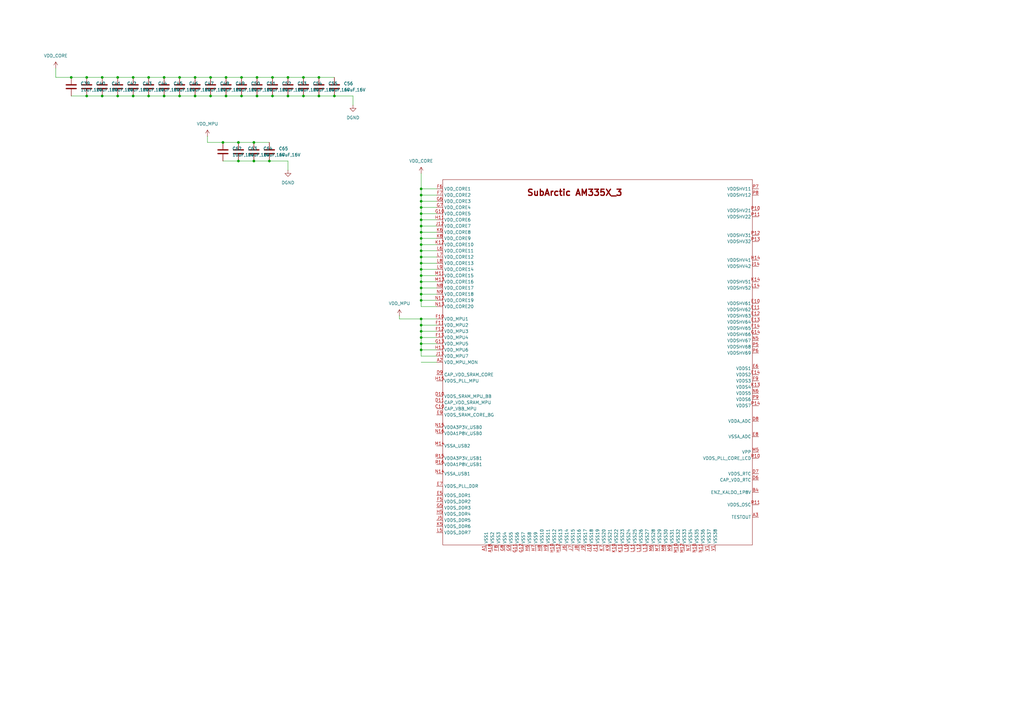
<source format=kicad_sch>
(kicad_sch (version 20231120) (generator "eeschema") (generator_version "8.0")
  (paper "A3")
  (title_block (title "SubArctic AM335X_3 Schematic - Ian Goldberg"))
  (lib_symbols
    (symbol "Device:C" (pin_numbers hide) (pin_names (offset 0.254))
      (property "Reference" "C" (at 0.635 2.54 0))
      (property "Value" "C" (at 0.635 -2.54 0))
      (symbol "C_0_1"
        (polyline (pts (xy -2.032 -0.762) (xy 2.032 -0.762)) (stroke (width 0.508)))
        (polyline (pts (xy -2.032 0.762) (xy 2.032 0.762)) (stroke (width 0.508)))
      )
      (symbol "C_1_1"
        (pin passive line (at 0 3.81 270) (length 2.794) (name "~") (number "1"))
        (pin passive line (at 0 -3.81 90) (length 2.794) (name "~") (number "2"))
      )
    )
    (symbol "SubArctic AM335x:SubArctic_AM335x_3"
      (symbol "SubArctic_AM335x_3_1_0"
        (pin input line (at 36.83 -157.48 90) (length 2.54) (name "VSS1") (number "A1"))
        (pin input line (at 39.37 -157.48 90) (length 2.54) (name "VSS2") (number "A18"))
        (pin input line (at 16.51 -80.01 0) (length 2.54) (name "VDD_MPU_MON") (number "A2"))
        (pin input line (at 148.59 -143.51 180) (length 2.54) (name "TESTOUT") (number "A3"))
        (pin input line (at 148.59 -133.35 180) (length 2.54) (name "ENZ_KALDO_1P8V") (number "B4"))
        (pin input line (at 16.51 -99.06 0) (length 2.54) (name "CAP_VBB_MPU") (number "C10"))
        (pin input line (at 16.51 -93.98 0) (length 2.54) (name "VDDS_SRAM_MPU_BB") (number "D10"))
        (pin input line (at 16.51 -96.52 0) (length 2.54) (name "CAP_VDD_SRAM_MPU") (number "D11"))
        (pin input line (at 148.59 -128.27 180) (length 2.54) (name "CAP_VDD_RTC") (number "D6"))
        (pin input line (at 148.59 -125.73 180) (length 2.54) (name "VDDS_RTC") (number "D7"))
        (pin input line (at 148.59 -104.14 180) (length 2.54) (name "VDDA_ADC") (number "D8"))
        (pin input line (at 16.51 -85.09 0) (length 2.54) (name "CAP_VDD_SRAM_CORE") (number "D9"))
        (pin input line (at 148.59 -55.88 180) (length 2.54) (name "VDDSHV61") (number "E10"))
        (pin input line (at 148.59 -58.42 180) (length 2.54) (name "VDDSHV62") (number "E11"))
        (pin input line (at 148.59 -60.96 180) (length 2.54) (name "VDDSHV63") (number "E12"))
        (pin input line (at 148.59 -63.5 180) (length 2.54) (name "VDDSHV64") (number "E13"))
        (pin input line (at 148.59 -85.09 180) (length 2.54) (name "VDDS2") (number "E14"))
        (pin input line (at 16.51 -134.62 0) (length 2.54) (name "VDDS_DDR1") (number "E5"))
        (pin input line (at 148.59 -82.55 180) (length 2.54) (name "VDDS1") (number "E6"))
        (pin input line (at 16.51 -130.81 0) (length 2.54) (name "VDDS_PLL_DDR") (number "E7"))
        (pin input line (at 148.59 -110.49 180) (length 2.54) (name "VSSA_ADC") (number "E8"))
        (pin input line (at 16.51 -101.6 0) (length 2.54) (name "VDDS_SRAM_CORE_BG") (number "E9"))
        (pin input line (at 16.51 -62.23 0) (length 2.54) (name "VDD_MPU1") (number "F10"))
        (pin input line (at 16.51 -64.77 0) (length 2.54) (name "VDD_MPU2") (number "F11"))
        (pin input line (at 16.51 -67.31 0) (length 2.54) (name "VDD_MPU3") (number "F12"))
        (pin input line (at 16.51 -69.85 0) (length 2.54) (name "VDD_MPU4") (number "F13"))
        (pin input line (at 148.59 -66.04 180) (length 2.54) (name "VDDSHV65") (number "F14"))
        (pin input line (at 16.51 -137.16 0) (length 2.54) (name "VDDS_DDR2") (number "F5"))
        (pin input line (at 16.51 -8.89 0) (length 2.54) (name "VDD_CORE1") (number "F6"))
        (pin input line (at 16.51 -11.43 0) (length 2.54) (name "VDD_CORE2") (number "F7"))
        (pin input line (at 41.91 -157.48 90) (length 2.54) (name "VSS3") (number "F8"))
        (pin input line (at 148.59 -87.63 180) (length 2.54) (name "VDDS3") (number "F9"))
        (pin input line (at 16.51 -19.05 0) (length 2.54) (name "VDD_CORE5") (number "G10"))
        (pin input line (at 49.53 -157.48 90) (length 2.54) (name "VSS6") (number "G11"))
        (pin input line (at 52.07 -157.48 90) (length 2.54) (name "VSS7") (number "G12"))
        (pin input line (at 16.51 -72.39 0) (length 2.54) (name "VDD_MPU5") (number "G13"))
        (pin input line (at 148.59 -68.58 180) (length 2.54) (name "VDDSHV66") (number "G14"))
        (pin input line (at 16.51 -139.7 0) (length 2.54) (name "VDDS_DDR3") (number "G5"))
        (pin input line (at 16.51 -13.97 0) (length 2.54) (name "VDD_CORE3") (number "G6"))
        (pin input line (at 16.51 -16.51 0) (length 2.54) (name "VDD_CORE4") (number "G7"))
        (pin input line (at 44.45 -157.48 90) (length 2.54) (name "VSS4") (number "G8"))
        (pin input line (at 46.99 -157.48 90) (length 2.54) (name "VSS5") (number "G9"))
        (pin input line (at 64.77 -157.48 90) (length 2.54) (name "VSS12") (number "H10"))
        (pin input line (at 16.51 -21.59 0) (length 2.54) (name "VDD_CORE6") (number "H11"))
        (pin input line (at 67.31 -157.48 90) (length 2.54) (name "VSS13") (number "H12"))
        (pin input line (at 16.51 -74.93 0) (length 2.54) (name "VDD_MPU6") (number "H13"))
        (pin input line (at 148.59 -38.1 180) (length 2.54) (name "VDDSHV41") (number "H14"))
        (pin input line (at 16.51 -87.63 0) (length 2.54) (name "VDDS_PLL_MPU") (number "H15"))
        (pin input line (at 16.51 -142.24 0) (length 2.54) (name "VDDS_DDR4") (number "H5"))
        (pin input line (at 54.61 -157.48 90) (length 2.54) (name "VSS8") (number "H6"))
        (pin input line (at 57.15 -157.48 90) (length 2.54) (name "VSS9") (number "H7"))
        (pin input line (at 59.69 -157.48 90) (length 2.54) (name "VSS10") (number "H8"))
        (pin input line (at 62.23 -157.48 90) (length 2.54) (name "VSS11") (number "H9"))
        (pin input line (at 80.01 -157.48 90) (length 2.54) (name "VSS18") (number "J10"))
        (pin input line (at 82.55 -157.48 90) (length 2.54) (name "VSS19") (number "J11"))
        (pin input line (at 16.51 -24.13 0) (length 2.54) (name "VDD_CORE7") (number "J12"))
        (pin input line (at 16.51 -77.47 0) (length 2.54) (name "VDD_MPU7") (number "J13"))
        (pin input line (at 148.59 -40.64 180) (length 2.54) (name "VDDSHV42") (number "J14"))
        (pin input line (at 16.51 -144.78 0) (length 2.54) (name "VDDS_DDR5") (number "J5"))
        (pin input line (at 69.85 -157.48 90) (length 2.54) (name "VSS14") (number "J6"))
        (pin input line (at 72.39 -157.48 90) (length 2.54) (name "VSS15") (number "J7"))
        (pin input line (at 74.93 -157.48 90) (length 2.54) (name "VSS16") (number "J8"))
        (pin input line (at 77.47 -157.48 90) (length 2.54) (name "VSS17") (number "J9"))
        (pin input line (at 90.17 -157.48 90) (length 2.54) (name "VSS22") (number "K10"))
        (pin input line (at 92.71 -157.48 90) (length 2.54) (name "VSS23") (number "K11"))
        (pin input line (at 16.51 -31.75 0) (length 2.54) (name "VDD_CORE10") (number "K12"))
        (pin input line (at 148.59 -90.17 180) (length 2.54) (name "VDDS4") (number "K13"))
        (pin input line (at 148.59 -46.99 180) (length 2.54) (name "VDDSHV51") (number "K14"))
        (pin input line (at 16.51 -147.32 0) (length 2.54) (name "VDDS_DDR6") (number "K5"))
        (pin input line (at 16.51 -26.67 0) (length 2.54) (name "VDD_CORE8") (number "K6"))
        (pin input line (at 85.09 -157.48 90) (length 2.54) (name "VSS20") (number "K7"))
        (pin input line (at 16.51 -29.21 0) (length 2.54) (name "VDD_CORE9") (number "K8"))
        (pin input line (at 87.63 -157.48 90) (length 2.54) (name "VSS21") (number "K9"))
        (pin input line (at 95.25 -157.48 90) (length 2.54) (name "VSS24") (number "L10"))
        (pin input line (at 97.79 -157.48 90) (length 2.54) (name "VSS25") (number "L11"))
        (pin input line (at 100.33 -157.48 90) (length 2.54) (name "VSS26") (number "L12"))
        (pin input line (at 102.87 -157.48 90) (length 2.54) (name "VSS27") (number "L13"))
        (pin input line (at 148.59 -49.53 180) (length 2.54) (name "VDDSHV52") (number "L14"))
        (pin input line (at 16.51 -149.86 0) (length 2.54) (name "VDDS_DDR7") (number "L5"))
        (pin input line (at 16.51 -34.29 0) (length 2.54) (name "VDD_CORE11") (number "L6"))
        (pin input line (at 16.51 -36.83 0) (length 2.54) (name "VDD_CORE12") (number "L7"))
        (pin input line (at 16.51 -39.37 0) (length 2.54) (name "VDD_CORE13") (number "L8"))
        (pin input line (at 16.51 -41.91 0) (length 2.54) (name "VDD_CORE14") (number "L9"))
        (pin input line (at 115.57 -157.48 90) (length 2.54) (name "VSS32") (number "M10"))
        (pin input line (at 16.51 -44.45 0) (length 2.54) (name "VDD_CORE15") (number "M11"))
        (pin input line (at 118.11 -157.48 90) (length 2.54) (name "VSS33") (number "M12"))
        (pin input line (at 16.51 -46.99 0) (length 2.54) (name "VDD_CORE16") (number "M13"))
        (pin input line (at 16.51 -114.3 0) (length 2.54) (name "VSSA_USB2") (number "M14"))
        (pin input line (at 148.59 -116.84 180) (length 2.54) (name "VPP") (number "M5"))
        (pin input line (at 105.41 -157.48 90) (length 2.54) (name "VSS28") (number "M6"))
        (pin input line (at 107.95 -157.48 90) (length 2.54) (name "VSS29") (number "M7"))
        (pin input line (at 110.49 -157.48 90) (length 2.54) (name "VSS30") (number "M8"))
        (pin input line (at 113.03 -157.48 90) (length 2.54) (name "VSS31") (number "M9"))
        (pin input line (at 123.19 -157.48 90) (length 2.54) (name "VSS35") (number "N10"))
        (pin input line (at 125.73 -157.48 90) (length 2.54) (name "VSS36") (number "N11"))
        (pin input line (at 16.51 -54.61 0) (length 2.54) (name "VDD_CORE19") (number "N12"))
        (pin input line (at 16.51 -57.15 0) (length 2.54) (name "VDD_CORE20") (number "N13"))
        (pin input line (at 16.51 -125.73 0) (length 2.54) (name "VSSA_USB1") (number "N14"))
        (pin input line (at 16.51 -106.68 0) (length 2.54) (name "VDDA3P3V_USB0") (number "N15"))
        (pin input line (at 16.51 -109.22 0) (length 2.54) (name "VDDA1P8V_USB0") (number "N16"))
        (pin input line (at 148.59 -71.12 180) (length 2.54) (name "VDDSHV67") (number "N5"))
        (pin input line (at 148.59 -92.71 180) (length 2.54) (name "VDDS5") (number "N6"))
        (pin input line (at 120.65 -157.48 90) (length 2.54) (name "VSS34") (number "N7"))
        (pin input line (at 16.51 -49.53 0) (length 2.54) (name "VDD_CORE17") (number "N8"))
        (pin input line (at 16.51 -52.07 0) (length 2.54) (name "VDD_CORE18") (number "N9"))
        (pin input line (at 148.59 -17.78 180) (length 2.54) (name "VDDSHV21") (number "P10"))
        (pin input line (at 148.59 -20.32 180) (length 2.54) (name "VDDSHV22") (number "P11"))
        (pin input line (at 148.59 -27.94 180) (length 2.54) (name "VDDSHV31") (number "P12"))
        (pin input line (at 148.59 -30.48 180) (length 2.54) (name "VDDSHV32") (number "P13"))
        (pin input line (at 148.59 -97.79 180) (length 2.54) (name "VDDS7") (number "P14"))
        (pin input line (at 148.59 -73.66 180) (length 2.54) (name "VDDSHV68") (number "P5"))
        (pin input line (at 148.59 -76.2 180) (length 2.54) (name "VDDSHV69") (number "P6"))
        (pin input line (at 148.59 -8.89 180) (length 2.54) (name "VDDSHV11") (number "P7"))
        (pin input line (at 148.59 -11.43 180) (length 2.54) (name "VDDSHV12") (number "P8"))
        (pin input line (at 148.59 -95.25 180) (length 2.54) (name "VDDS6") (number "P9"))
        (pin input line (at 148.59 -119.38 180) (length 2.54) (name "VDDS_PLL_CORE_LCD") (number "R10"))
        (pin input line (at 148.59 -138.43 180) (length 2.54) (name "VDDS_OSC") (number "R11"))
        (pin input line (at 16.51 -119.38 0) (length 2.54) (name "VDDA3P3V_USB1") (number "R15"))
        (pin input line (at 16.51 -121.92 0) (length 2.54) (name "VDDA1P8V_USB1") (number "R16"))
        (pin input line (at 128.27 -157.48 90) (length 2.54) (name "VSS37") (number "V1"))
        (pin input line (at 130.81 -157.48 90) (length 2.54) (name "VSS38") (number "V1"))
      )
      (symbol "SubArctic_AM335x_3_1_1"
        (rectangle (start 19.05 -5.08) (end 146.05 -154.94))
        (text "SubArctic AM335X_3\n\n" (at 73.152 -12.446 0) (effects (font (size 2.54 2.54) (bold yes))))
      )
    )
    (symbol "power:GND" (power) (pin_numbers hide) (pin_names (offset 0) hide)
      (property "Value" "GND" (at 0 -3.81 0))
      (symbol "GND_0_1"
        (polyline (pts (xy 0 0) (xy 0 -1.27) (xy 1.27 -1.27) (xy 0 -2.54) (xy -1.27 -1.27) (xy 0 -1.27)))
      )
      (symbol "GND_1_1"
        (pin power_in line (at 0 0 270) (length 0) (name "~") (number "1"))
      )
    )
    (symbol "power:VDD" (power) (pin_numbers hide) (pin_names (offset 0) hide)
      (property "Value" "VDD" (at 0 3.556 0))
      (symbol "VDD_0_1"
        (polyline (pts (xy -0.762 1.27) (xy 0 2.54)))
        (polyline (pts (xy 0 0) (xy 0 2.54)))
        (polyline (pts (xy 0 2.54) (xy 0.762 1.27)))
      )
      (symbol "VDD_1_1"
        (pin power_in line (at 0 0 90) (length 0) (name "~") (number "1"))
      )
    )
  )
  (junction (at 172.72 90.17))
  (junction (at 172.72 77.47))
  (junction (at 172.72 105.41))
  (junction (at 172.72 143.51))
  (junction (at 97.79 66.04))
  (junction (at 104.14 66.04))
  (junction (at 172.72 135.89))
  (junction (at 91.44 58.42))
  (junction (at 172.72 120.65))
  (junction (at 118.11 39.37))
  (junction (at 172.72 102.87))
  (junction (at 172.72 107.95))
  (junction (at 172.72 113.03))
  (junction (at 172.72 95.25))
  (junction (at 130.81 39.37))
  (junction (at 41.91 31.75))
  (junction (at 172.72 123.19))
  (junction (at 29.21 31.75))
  (junction (at 35.56 31.75))
  (junction (at 41.91 39.37))
  (junction (at 60.96 39.37))
  (junction (at 137.16 39.37))
  (junction (at 124.46 39.37))
  (junction (at 60.96 31.75))
  (junction (at 124.46 31.75))
  (junction (at 73.66 31.75))
  (junction (at 118.11 31.75))
  (junction (at 111.76 31.75))
  (junction (at 111.76 39.37))
  (junction (at 54.61 39.37))
  (junction (at 172.72 97.79))
  (junction (at 67.31 39.37))
  (junction (at 172.72 115.57))
  (junction (at 73.66 39.37))
  (junction (at 104.14 58.42))
  (junction (at 172.72 85.09))
  (junction (at 172.72 92.71))
  (junction (at 80.01 39.37))
  (junction (at 110.49 66.04))
  (junction (at 80.01 31.75))
  (junction (at 172.72 110.49))
  (junction (at 35.56 39.37))
  (junction (at 105.41 39.37))
  (junction (at 172.72 80.01))
  (junction (at 92.71 39.37))
  (junction (at 172.72 82.55))
  (junction (at 172.72 133.35))
  (junction (at 54.61 31.75))
  (junction (at 172.72 140.97))
  (junction (at 172.72 130.81))
  (junction (at 105.41 31.75))
  (junction (at 130.81 31.75))
  (junction (at 99.06 39.37))
  (junction (at 172.72 100.33))
  (junction (at 67.31 31.75))
  (junction (at 172.72 118.11))
  (junction (at 97.79 58.42))
  (junction (at 48.26 39.37))
  (junction (at 48.26 31.75))
  (junction (at 92.71 31.75))
  (junction (at 86.36 39.37))
  (junction (at 86.36 31.75))
  (junction (at 99.06 31.75))
  (junction (at 172.72 87.63))
  (junction (at 172.72 138.43))
  (wire (pts (xy 172.72 118.11) (xy 172.72 120.65)))
  (wire (pts (xy 22.86 27.94) (xy 22.86 31.75)))
  (wire (pts (xy 137.16 39.37) (xy 144.78 39.37)))
  (wire (pts (xy 172.72 107.95) (xy 172.72 110.49)))
  (wire (pts (xy 172.72 115.57) (xy 179.07 115.57)))
  (wire (pts (xy 172.72 135.89) (xy 172.72 133.35)))
  (wire (pts (xy 172.72 123.19) (xy 172.72 125.73)))
  (wire (pts (xy 172.72 97.79) (xy 179.07 97.79)))
  (wire (pts (xy 172.72 100.33) (xy 179.07 100.33)))
  (wire (pts (xy 172.72 138.43) (xy 172.72 135.89)))
  (wire (pts (xy 172.72 90.17) (xy 179.07 90.17)))
  (wire (pts (xy 172.72 146.05) (xy 179.07 146.05)))
  (wire (pts (xy 172.72 77.47) (xy 172.72 80.01)))
  (wire (pts (xy 35.56 39.37) (xy 41.91 39.37)))
  (wire (pts (xy 163.83 129.54) (xy 163.83 130.81)))
  (wire (pts (xy 172.72 130.81) (xy 179.07 130.81)))
  (wire (pts (xy 67.31 39.37) (xy 73.66 39.37)))
  (wire (pts (xy 172.72 92.71) (xy 172.72 95.25)))
  (wire (pts (xy 172.72 105.41) (xy 179.07 105.41)))
  (wire (pts (xy 172.72 100.33) (xy 172.72 102.87)))
  (wire (pts (xy 85.09 55.88) (xy 85.09 58.42)))
  (wire (pts (xy 104.14 66.04) (xy 110.49 66.04)))
  (wire (pts (xy 48.26 39.37) (xy 54.61 39.37)))
  (wire (pts (xy 172.72 148.59) (xy 179.07 148.59)))
  (wire (pts (xy 86.36 31.75) (xy 92.71 31.75)))
  (wire (pts (xy 172.72 92.71) (xy 179.07 92.71)))
  (wire (pts (xy 172.72 85.09) (xy 172.72 87.63)))
  (wire (pts (xy 172.72 123.19) (xy 179.07 123.19)))
  (wire (pts (xy 172.72 120.65) (xy 172.72 123.19)))
  (wire (pts (xy 172.72 77.47) (xy 179.07 77.47)))
  (wire (pts (xy 80.01 31.75) (xy 86.36 31.75)))
  (wire (pts (xy 73.66 39.37) (xy 80.01 39.37)))
  (wire (pts (xy 172.72 80.01) (xy 172.72 82.55)))
  (wire (pts (xy 172.72 125.73) (xy 179.07 125.73)))
  (wire (pts (xy 67.31 31.75) (xy 73.66 31.75)))
  (wire (pts (xy 118.11 31.75) (xy 124.46 31.75)))
  (wire (pts (xy 172.72 113.03) (xy 172.72 115.57)))
  (wire (pts (xy 91.44 58.42) (xy 97.79 58.42)))
  (wire (pts (xy 104.14 58.42) (xy 110.49 58.42)))
  (wire (pts (xy 91.44 66.04) (xy 97.79 66.04)))
  (wire (pts (xy 172.72 143.51) (xy 179.07 143.51)))
  (wire (pts (xy 144.78 39.37) (xy 144.78 43.18)))
  (wire (pts (xy 54.61 39.37) (xy 60.96 39.37)))
  (wire (pts (xy 48.26 31.75) (xy 54.61 31.75)))
  (wire (pts (xy 85.09 58.42) (xy 91.44 58.42)))
  (wire (pts (xy 172.72 138.43) (xy 179.07 138.43)))
  (wire (pts (xy 60.96 39.37) (xy 67.31 39.37)))
  (wire (pts (xy 105.41 39.37) (xy 111.76 39.37)))
  (wire (pts (xy 172.72 80.01) (xy 179.07 80.01)))
  (wire (pts (xy 172.72 118.11) (xy 179.07 118.11)))
  (wire (pts (xy 92.71 39.37) (xy 99.06 39.37)))
  (wire (pts (xy 99.06 31.75) (xy 105.41 31.75)))
  (wire (pts (xy 172.72 87.63) (xy 179.07 87.63)))
  (wire (pts (xy 124.46 31.75) (xy 130.81 31.75)))
  (wire (pts (xy 172.72 113.03) (xy 179.07 113.03)))
  (wire (pts (xy 110.49 66.04) (xy 118.11 66.04)))
  (wire (pts (xy 172.72 95.25) (xy 179.07 95.25)))
  (wire (pts (xy 163.83 130.81) (xy 172.72 130.81)))
  (wire (pts (xy 60.96 31.75) (xy 67.31 31.75)))
  (wire (pts (xy 172.72 107.95) (xy 179.07 107.95)))
  (wire (pts (xy 86.36 39.37) (xy 92.71 39.37)))
  (wire (pts (xy 54.61 31.75) (xy 60.96 31.75)))
  (wire (pts (xy 97.79 66.04) (xy 104.14 66.04)))
  (wire (pts (xy 99.06 39.37) (xy 105.41 39.37)))
  (wire (pts (xy 172.72 87.63) (xy 172.72 90.17)))
  (wire (pts (xy 172.72 90.17) (xy 172.72 92.71)))
  (wire (pts (xy 172.72 110.49) (xy 179.07 110.49)))
  (wire (pts (xy 172.72 105.41) (xy 172.72 107.95)))
  (wire (pts (xy 172.72 140.97) (xy 179.07 140.97)))
  (wire (pts (xy 105.41 31.75) (xy 111.76 31.75)))
  (wire (pts (xy 172.72 97.79) (xy 172.72 100.33)))
  (wire (pts (xy 172.72 135.89) (xy 179.07 135.89)))
  (wire (pts (xy 172.72 71.12) (xy 172.72 77.47)))
  (wire (pts (xy 172.72 115.57) (xy 172.72 118.11)))
  (wire (pts (xy 172.72 85.09) (xy 179.07 85.09)))
  (wire (pts (xy 172.72 133.35) (xy 172.72 130.81)))
  (wire (pts (xy 130.81 31.75) (xy 137.16 31.75)))
  (wire (pts (xy 73.66 31.75) (xy 80.01 31.75)))
  (wire (pts (xy 172.72 95.25) (xy 172.72 97.79)))
  (wire (pts (xy 35.56 31.75) (xy 41.91 31.75)))
  (wire (pts (xy 22.86 31.75) (xy 29.21 31.75)))
  (wire (pts (xy 118.11 39.37) (xy 124.46 39.37)))
  (wire (pts (xy 172.72 102.87) (xy 179.07 102.87)))
  (wire (pts (xy 41.91 31.75) (xy 48.26 31.75)))
  (wire (pts (xy 172.72 120.65) (xy 179.07 120.65)))
  (wire (pts (xy 172.72 102.87) (xy 172.72 105.41)))
  (wire (pts (xy 118.11 66.04) (xy 118.11 69.85)))
  (wire (pts (xy 80.01 39.37) (xy 86.36 39.37)))
  (wire (pts (xy 29.21 31.75) (xy 35.56 31.75)))
  (wire (pts (xy 41.91 39.37) (xy 48.26 39.37)))
  (wire (pts (xy 172.72 146.05) (xy 172.72 143.51)))
  (wire (pts (xy 29.21 39.37) (xy 35.56 39.37)))
  (wire (pts (xy 111.76 31.75) (xy 118.11 31.75)))
  (wire (pts (xy 111.76 39.37) (xy 118.11 39.37)))
  (wire (pts (xy 172.72 133.35) (xy 179.07 133.35)))
  (wire (pts (xy 172.72 143.51) (xy 172.72 140.97)))
  (wire (pts (xy 172.72 140.97) (xy 172.72 138.43)))
  (wire (pts (xy 92.71 31.75) (xy 99.06 31.75)))
  (wire (pts (xy 130.81 39.37) (xy 137.16 39.37)))
  (wire (pts (xy 97.79 58.42) (xy 104.14 58.42)))
  (wire (pts (xy 172.72 82.55) (xy 172.72 85.09)))
  (wire (pts (xy 172.72 82.55) (xy 179.07 82.55)))
  (wire (pts (xy 172.72 110.49) (xy 172.72 113.03)))
  (wire (pts (xy 124.46 39.37) (xy 130.81 39.37)))
  (symbol (lib_id "Device:C") (at 54.61 35.56 0) (unit 1)
    (property "Reference" "C43" (at 58.42 34.2899 0) (effects (justify left)))
    (property "Value" "10uF,16V" (at 58.42 36.8299 0) (effects (justify left)))
    (property "Description" "Unpolarized capacitor" (effects (hide yes)))
  )
  (symbol (lib_id "Device:C") (at 80.01 35.56 0) (unit 1)
    (property "Reference" "C47" (at 83.82 34.2899 0) (effects (justify left)))
    (property "Value" "10uF,16V" (at 83.82 36.8299 0) (effects (justify left)))
    (property "Description" "Unpolarized capacitor" (effects (hide yes)))
  )
  (symbol (lib_id "Device:C") (at 48.26 35.56 0) (unit 1)
    (property "Reference" "C42" (at 52.07 34.2899 0) (effects (justify left)))
    (property "Value" "10uF,16V" (at 52.07 36.8299 0) (effects (justify left)))
    (property "Description" "Unpolarized capacitor" (effects (hide yes)))
  )
  (symbol (lib_id "Device:C") (at 105.41 35.56 0) (unit 1)
    (property "Reference" "C51" (at 109.22 34.2899 0) (effects (justify left)))
    (property "Value" "10uF,16V" (at 109.22 36.8299 0) (effects (justify left)))
    (property "Description" "Unpolarized capacitor" (effects (hide yes)))
  )
  (symbol (lib_id "power:GND") (at 118.11 69.85 0) (unit 1)
    (property "Reference" "#PWR089" (effects (hide yes)))
    (property "Value" "DGND" (at 118.11 74.93 0))
    (property "Description" "Power symbol creates a global label with name \"GND\" , ground" (effects (hide yes)))
  )
  (symbol (lib_id "power:GND") (at 144.78 43.18 0) (unit 1)
    (property "Reference" "#PWR088" (effects (hide yes)))
    (property "Value" "DGND" (at 144.78 48.26 0))
    (property "Description" "Power symbol creates a global label with name \"GND\" , ground" (effects (hide yes)))
  )
  (symbol (lib_id "SubArctic AM335x:SubArctic_AM335x_3") (at 162.56 68.58 0) (unit 1)
    (property "Reference" "SubArcticAM335X3" (effects (hide yes)))
  )
  (symbol (lib_id "Device:C") (at 111.76 35.56 0) (unit 1)
    (property "Reference" "C52" (at 115.57 34.2899 0) (effects (justify left)))
    (property "Value" "10uF,16V" (at 115.57 36.8299 0) (effects (justify left)))
    (property "Description" "Unpolarized capacitor" (effects (hide yes)))
  )
  (symbol (lib_id "Device:C") (at 60.96 35.56 0) (unit 1)
    (property "Reference" "C44" (at 64.77 34.2899 0) (effects (justify left)))
    (property "Value" "10uF,16V" (at 64.77 36.8299 0) (effects (justify left)))
    (property "Description" "Unpolarized capacitor" (effects (hide yes)))
  )
  (symbol (lib_id "Device:C") (at 29.21 35.56 0) (unit 1)
    (property "Reference" "C39" (at 33.02 34.2899 0) (effects (justify left)))
    (property "Value" "10uF,16V " (at 33.02 36.8299 0) (effects (justify left)))
    (property "Description" "Unpolarized capacitor" (effects (hide yes)))
  )
  (symbol (lib_id "Device:C") (at 99.06 35.56 0) (unit 1)
    (property "Reference" "C50" (at 102.87 34.2899 0) (effects (justify left)))
    (property "Value" "10uF,16V" (at 102.87 36.8299 0) (effects (justify left)))
    (property "Description" "Unpolarized capacitor" (effects (hide yes)))
  )
  (symbol (lib_id "Device:C") (at 104.14 62.23 0) (unit 1)
    (property "Reference" "C64" (at 107.95 60.9599 0) (effects (justify left)))
    (property "Value" "10uF,16V" (at 107.95 63.4999 0) (effects (justify left)))
    (property "Description" "Unpolarized capacitor" (effects (hide yes)))
  )
  (symbol (lib_id "power:VDD") (at 163.83 129.54 0) (unit 1)
    (property "Reference" "#PWR091" (effects (hide yes)))
    (property "Value" "VDD_MPU" (at 163.83 124.46 0))
    (property "Description" "Power symbol creates a global label with name \"VDD\"" (effects (hide yes)))
  )
  (symbol (lib_id "power:VDD") (at 172.72 71.12 0) (unit 1)
    (property "Reference" "#PWR086" (effects (hide yes)))
    (property "Value" "VDD_CORE" (at 172.72 66.04 0))
    (property "Description" "Power symbol creates a global label with name \"VDD\"" (effects (hide yes)))
  )
  (symbol (lib_id "Device:C") (at 91.44 62.23 0) (unit 1)
    (property "Reference" "C62" (at 95.25 60.9599 0) (effects (justify left)))
    (property "Value" "10uF,16V" (at 95.25 63.4999 0) (effects (justify left)))
    (property "Description" "Unpolarized capacitor" (effects (hide yes)))
  )
  (symbol (lib_id "Device:C") (at 92.71 35.56 0) (unit 1)
    (property "Reference" "C49" (at 96.52 34.2899 0) (effects (justify left)))
    (property "Value" "10uF,16V" (at 96.52 36.8299 0) (effects (justify left)))
    (property "Description" "Unpolarized capacitor" (effects (hide yes)))
  )
  (symbol (lib_id "Device:C") (at 118.11 35.56 0) (unit 1)
    (property "Reference" "C53" (at 121.92 34.2899 0) (effects (justify left)))
    (property "Value" "10uF,16V" (at 121.92 36.8299 0) (effects (justify left)))
    (property "Description" "Unpolarized capacitor" (effects (hide yes)))
  )
  (symbol (lib_id "Device:C") (at 97.79 62.23 0) (unit 1)
    (property "Reference" "C63" (at 101.6 60.9599 0) (effects (justify left)))
    (property "Value" "10uF,16V" (at 101.6 63.4999 0) (effects (justify left)))
    (property "Description" "Unpolarized capacitor" (effects (hide yes)))
  )
  (symbol (lib_id "power:VDD") (at 22.86 27.94 0) (unit 1)
    (property "Reference" "#PWR087" (effects (hide yes)))
    (property "Value" "VDD_CORE" (at 22.86 22.86 0))
    (property "Description" "Power symbol creates a global label with name \"VDD\"" (effects (hide yes)))
  )
  (symbol (lib_id "Device:C") (at 35.56 35.56 0) (unit 1)
    (property "Reference" "C40" (at 39.37 34.2899 0) (effects (justify left)))
    (property "Value" "10uF,16V" (at 39.37 36.8299 0) (effects (justify left)))
    (property "Description" "Unpolarized capacitor" (effects (hide yes)))
  )
  (symbol (lib_id "Device:C") (at 130.81 35.56 0) (unit 1)
    (property "Reference" "C55" (at 134.62 34.2899 0) (effects (justify left)))
    (property "Value" "10uF,16V" (at 134.62 36.8299 0) (effects (justify left)))
    (property "Description" "Unpolarized capacitor" (effects (hide yes)))
  )
  (symbol (lib_id "Device:C") (at 73.66 35.56 0) (unit 1)
    (property "Reference" "C46" (at 77.47 34.2899 0) (effects (justify left)))
    (property "Value" "10uF,16V" (at 77.47 36.8299 0) (effects (justify left)))
    (property "Description" "Unpolarized capacitor" (effects (hide yes)))
  )
  (symbol (lib_id "Device:C") (at 137.16 35.56 0) (unit 1)
    (property "Reference" "C56" (at 140.97 34.2899 0) (effects (justify left)))
    (property "Value" "10uF,16V" (at 140.97 36.8299 0) (effects (justify left)))
    (property "Description" "Unpolarized capacitor" (effects (hide yes)))
  )
  (symbol (lib_id "Device:C") (at 124.46 35.56 0) (unit 1)
    (property "Reference" "C54" (at 128.27 34.2899 0) (effects (justify left)))
    (property "Value" "10uF,16V" (at 128.27 36.8299 0) (effects (justify left)))
    (property "Description" "Unpolarized capacitor" (effects (hide yes)))
  )
  (symbol (lib_id "Device:C") (at 67.31 35.56 0) (unit 1)
    (property "Reference" "C45" (at 71.12 34.2899 0) (effects (justify left)))
    (property "Value" "10uF,16V" (at 71.12 36.8299 0) (effects (justify left)))
    (property "Description" "Unpolarized capacitor" (effects (hide yes)))
  )
  (symbol (lib_id "Device:C") (at 86.36 35.56 0) (unit 1)
    (property "Reference" "C48" (at 90.17 34.2899 0) (effects (justify left)))
    (property "Value" "10uF,16V" (at 90.17 36.8299 0) (effects (justify left)))
    (property "Description" "Unpolarized capacitor" (effects (hide yes)))
  )
  (symbol (lib_id "power:VDD") (at 85.09 55.88 0) (unit 1)
    (property "Reference" "#PWR090" (effects (hide yes)))
    (property "Value" "VDD_MPU" (at 85.09 50.8 0))
    (property "Description" "Power symbol creates a global label with name \"VDD\"" (effects (hide yes)))
  )
  (symbol (lib_id "Device:C") (at 110.49 62.23 0) (unit 1)
    (property "Reference" "C65" (at 114.3 60.9599 0) (effects (justify left)))
    (property "Value" "10uF,16V" (at 114.3 63.4999 0) (effects (justify left)))
    (property "Description" "Unpolarized capacitor" (effects (hide yes)))
  )
  (symbol (lib_id "Device:C") (at 41.91 35.56 0) (unit 1)
    (property "Reference" "C41" (at 45.72 34.2899 0) (effects (justify left)))
    (property "Value" "10uF,16V" (at 45.72 36.8299 0) (effects (justify left)))
    (property "Description" "Unpolarized capacitor" (effects (hide yes)))
  )
)
</source>
